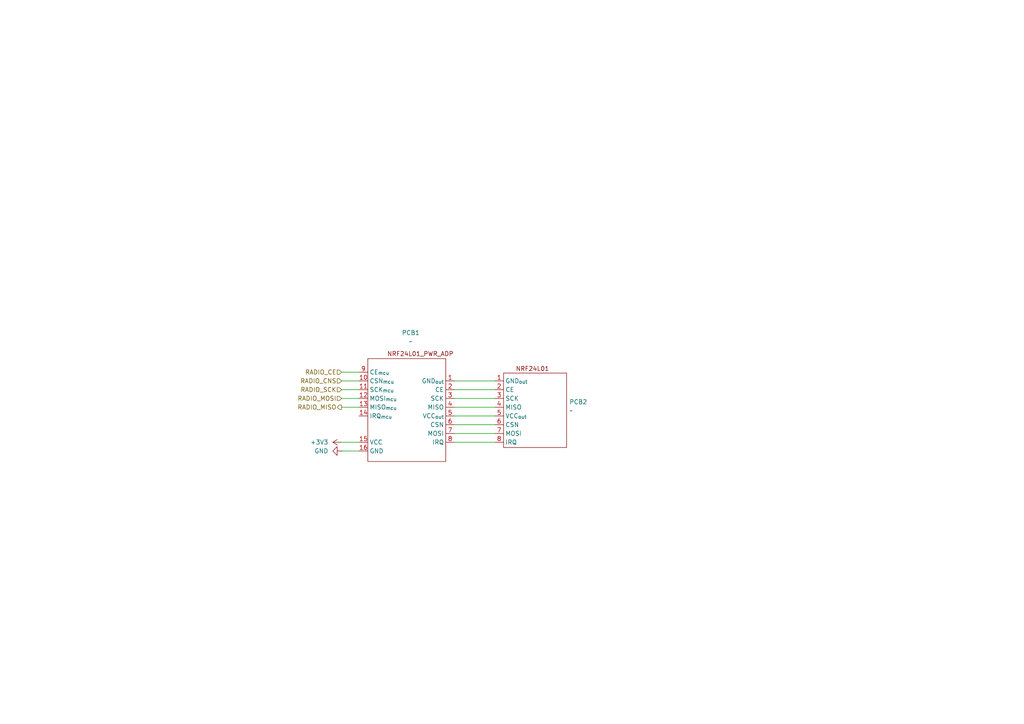
<source format=kicad_sch>
(kicad_sch (version 20250114) (generator "eeschema") (generator_version "9.0")
  (paper "A4")
  (title_block (title "SSL main board"))
  (lib_symbols
    (symbol "oxebots:NRF24L01"
      (property "Reference" "PCB" (at -11.684 11.176 0))
      (symbol "NRF24L01_0_1"
        (rectangle (start -10.16 9.906) (end 8.1279 -11.684))
      )
      (symbol "NRF24L01_1_1"
        (text "NRF24L01" (at -1.778 11.176 0) (effects (font (size 1.27 1.27))))
        (pin input line (at -12.7 7.62 0) (length 2.54) (name "GND_{out}") (number "1"))
        (pin input line (at -12.7 5.08 0) (length 2.54) (name "CE") (number "2"))
        (pin input line (at -12.7 2.54 0) (length 2.54) (name "SCK") (number "3"))
        (pin input line (at -12.7 0 0) (length 2.54) (name "MISO") (number "4"))
        (pin input line (at -12.7 -2.54 0) (length 2.54) (name "VCC_{out}") (number "5"))
        (pin input line (at -12.7 -5.08 0) (length 2.54) (name "CSN") (number "6"))
        (pin input line (at -12.7 -7.62 0) (length 2.54) (name "MOSI") (number "7"))
        (pin input line (at -12.7 -10.16 0) (length 2.54) (name "IRQ") (number "8"))
      )
    )
    (symbol "oxebots:NRF24L01_PWR_ADP"
      (property "Reference" "PCB" (at -11.176 16.51 0))
      (symbol "NRF24L01_PWR_ADP_0_1"
        (rectangle (start -11.43 15.367) (end 11.1759 -14.478))
      )
      (symbol "NRF24L01_PWR_ADP_1_1"
        (text "NRF24L01_PWR_ADP" (at 3.81 16.764 0) (effects (font (size 1.27 1.27))))
        (pin input line (at -13.97 11.43 0) (length 2.54) (name "CE_{mcu}") (number "9"))
        (pin input line (at -13.97 8.89 0) (length 2.54) (name "CSN_{mcu}") (number "10"))
        (pin input line (at -13.97 6.35 0) (length 2.54) (name "SCK_{mcu}") (number "11"))
        (pin input line (at -13.97 3.81 0) (length 2.54) (name "MOSI_{mcu}") (number "12"))
        (pin input line (at -13.97 1.27 0) (length 2.54) (name "MISO_{mcu}") (number "13"))
        (pin input line (at -13.97 -1.27 0) (length 2.54) (name "IRQ_{mcu}") (number "14"))
        (pin input line (at -13.97 -8.89 0) (length 2.54) (name "VCC") (number "15"))
        (pin input line (at -13.97 -11.43 0) (length 2.54) (name "GND") (number "16"))
        (pin output line (at 13.7159 8.89 180) (length 2.54) (name "GND_{out}") (number "1"))
        (pin output line (at 13.7159 6.35 180) (length 2.54) (name "CE") (number "2"))
        (pin output line (at 13.7159 3.81 180) (length 2.54) (name "SCK") (number "3"))
        (pin output line (at 13.7159 1.27 180) (length 2.54) (name "MISO") (number "4"))
        (pin output line (at 13.7159 -1.27 180) (length 2.54) (name "VCC_{out}") (number "5"))
        (pin output line (at 13.7159 -3.81 180) (length 2.54) (name "CSN") (number "6"))
        (pin output line (at 13.7159 -6.35 180) (length 2.54) (name "MOSI") (number "7"))
        (pin output line (at 13.7159 -8.89 180) (length 2.54) (name "IRQ") (number "8"))
      )
    )
    (symbol "power:+3V3" (power) (pin_numbers (hide yes)) (pin_names (offset 0) (hide yes))
      (property "Value" "+3V3" (at 0 3.556 0))
      (symbol "+3V3_0_1"
        (polyline (pts (xy -0.762 1.27) (xy 0 2.54)))
        (polyline (pts (xy 0 2.54) (xy 0.762 1.27)))
        (polyline (pts (xy 0 0) (xy 0 2.54)))
      )
      (symbol "+3V3_1_1"
        (pin power_in line (at 0 0 90) (length 0) (name "~") (number "1"))
      )
    )
    (symbol "power:GND" (power) (pin_numbers (hide yes)) (pin_names (offset 0) (hide yes))
      (property "Value" "GND" (at 0 -3.81 0))
      (symbol "GND_0_1"
        (polyline (pts (xy 0 0) (xy 0 -1.27) (xy 1.27 -1.27) (xy 0 -2.54) (xy -1.27 -1.27) (xy 0 -1.27)))
      )
      (symbol "GND_1_1"
        (pin power_in line (at 0 0 270) (length 0) (name "~") (number "1"))
      )
    )
  )
  (wire (pts (xy 131.8259 113.03) (xy 143.51 113.03)))
  (wire (pts (xy 99.06 128.27) (xy 104.14 128.27)))
  (wire (pts (xy 131.8259 128.27) (xy 143.51 128.27)))
  (wire (pts (xy 99.06 107.95) (xy 104.14 107.95)))
  (wire (pts (xy 131.8259 115.57) (xy 143.51 115.57)))
  (wire (pts (xy 99.06 113.03) (xy 104.14 113.03)))
  (wire (pts (xy 131.8259 110.49) (xy 143.51 110.49)))
  (wire (pts (xy 99.06 115.57) (xy 104.14 115.57)))
  (wire (pts (xy 99.06 130.81) (xy 104.14 130.81)))
  (wire (pts (xy 131.8259 118.11) (xy 143.51 118.11)))
  (wire (pts (xy 131.8259 120.65) (xy 143.51 120.65)))
  (wire (pts (xy 131.8259 125.73) (xy 143.51 125.73)))
  (wire (pts (xy 99.06 110.49) (xy 104.14 110.49)))
  (wire (pts (xy 99.06 118.11) (xy 104.14 118.11)))
  (wire (pts (xy 131.8259 123.19) (xy 143.51 123.19)))
  (hierarchical_label "RADIO_CNS" (shape input) (at 99.06 110.49 180))
  (hierarchical_label "RADIO_MISO" (shape output) (at 99.06 118.11 180))
  (hierarchical_label "RADIO_MOSI" (shape input) (at 99.06 115.57 180))
  (hierarchical_label "RADIO_CE" (shape input) (at 99.06 107.95 180))
  (hierarchical_label "RADIO_SCK" (shape input) (at 99.06 113.03 180))
  (symbol (lib_id "oxebots:NRF24L01") (at 156.21 118.11 0) (unit 1)
    (property "Reference" "PCB2" (at 165.1 116.5831 0) (effects (justify left)))
    (property "Value" "~" (at 165.1 119.1231 0) (effects (justify left)))
    (property "Footprint" "Oxebots Footprints:NRF24L01" (effects (hide yes)))
  )
  (symbol (lib_id "oxebots:NRF24L01_PWR_ADP") (at 118.11 119.38 0) (unit 1)
    (property "Reference" "PCB1" (at 119.1332 96.52 0))
    (property "Value" "~" (at 119.1332 99.06 0))
    (property "Footprint" "Oxebots Footprints:NRF24L01_PWR_ADP" (effects (hide yes)))
  )
  (symbol (lib_id "power:+3V3") (at 99.06 128.27 90) (mirror x) (unit 1)
    (property "Reference" "#PWR046" (effects (hide yes)))
    (property "Value" "+3V3" (at 95.25 128.2701 90) (effects (justify left)))
    (property "Description" "Power symbol creates a global label with name \"+3V3\"" (effects (hide yes)))
  )
  (symbol (lib_id "power:GND") (at 99.06 130.81 270) (unit 1)
    (property "Reference" "#PWR047" (effects (hide yes)))
    (property "Value" "GND" (at 95.25 130.8099 90) (effects (justify right)))
    (property "Description" "Power symbol creates a global label with name \"GND\" , ground" (effects (hide yes)))
  )
)
</source>
